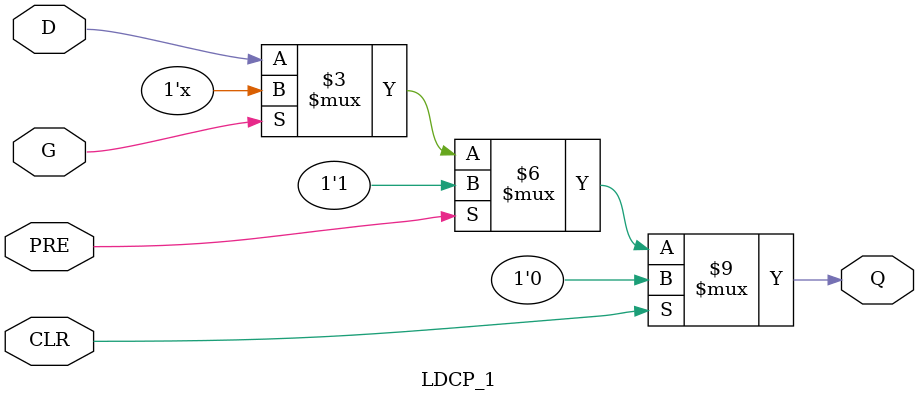
<source format=v>

/*

FUNCTION    : D-LATCH with async clear, async preset

*/

`celldefine
`timescale  100 ps / 10 ps

module LDCP_1 (Q, CLR, D, G, PRE);

    parameter INIT = 1'b0;

    output Q;
    reg    Q;

    input  CLR, D, G, PRE;

    always @( CLR or PRE or D or G)
        if (CLR)
        Q <= 0;
        else if (PRE)
        Q <= 1;
        else if (!G)
        Q <= D;

endmodule

</source>
